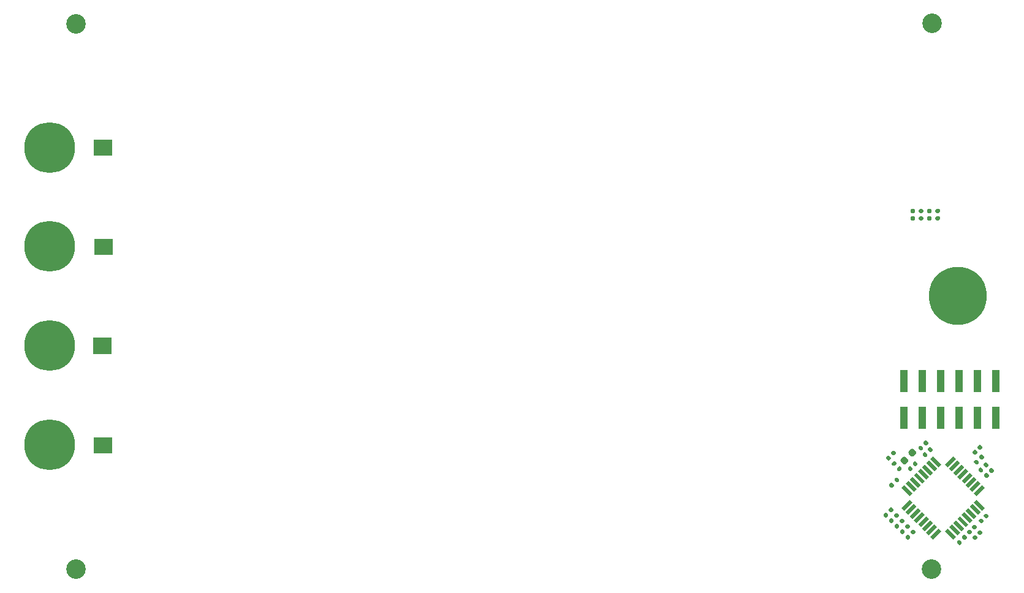
<source format=gbr>
%TF.GenerationSoftware,KiCad,Pcbnew,5.1.9+dfsg1-1~bpo10+1*%
%TF.CreationDate,2021-11-03T11:38:12+01:00*%
%TF.ProjectId,SynthoGame_top,53796e74-686f-4476-916d-655f746f702e,rev?*%
%TF.SameCoordinates,Original*%
%TF.FileFunction,Soldermask,Bot*%
%TF.FilePolarity,Negative*%
%FSLAX46Y46*%
G04 Gerber Fmt 4.6, Leading zero omitted, Abs format (unit mm)*
G04 Created by KiCad (PCBNEW 5.1.9+dfsg1-1~bpo10+1) date 2021-11-03 11:38:12*
%MOMM*%
%LPD*%
G01*
G04 APERTURE LIST*
%ADD10C,0.100000*%
%ADD11R,1.000000X3.150000*%
%ADD12C,2.700000*%
%ADD13C,7.000000*%
%ADD14C,8.000000*%
G04 APERTURE END LIST*
D10*
G36*
X90650000Y-63500000D02*
G01*
X88200000Y-63500000D01*
X88200000Y-61350000D01*
X90650000Y-61350000D01*
X90650000Y-63500000D01*
G37*
X90650000Y-63500000D02*
X88200000Y-63500000D01*
X88200000Y-61350000D01*
X90650000Y-61350000D01*
X90650000Y-63500000D01*
G36*
X90700000Y-77200000D02*
G01*
X88250000Y-77200000D01*
X88250000Y-75050000D01*
X90700000Y-75050000D01*
X90700000Y-77200000D01*
G37*
X90700000Y-77200000D02*
X88250000Y-77200000D01*
X88250000Y-75050000D01*
X90700000Y-75050000D01*
X90700000Y-77200000D01*
G36*
X90600000Y-90900000D02*
G01*
X88150000Y-90900000D01*
X88150000Y-88750000D01*
X90600000Y-88750000D01*
X90600000Y-90900000D01*
G37*
X90600000Y-90900000D02*
X88150000Y-90900000D01*
X88150000Y-88750000D01*
X90600000Y-88750000D01*
X90600000Y-90900000D01*
G36*
X90650000Y-104650000D02*
G01*
X88200000Y-104650000D01*
X88200000Y-102500000D01*
X90650000Y-102500000D01*
X90650000Y-104650000D01*
G37*
X90650000Y-104650000D02*
X88200000Y-104650000D01*
X88200000Y-102500000D01*
X90650000Y-102500000D01*
X90650000Y-104650000D01*
%TO.C,C61*%
G36*
G01*
X209882807Y-104877609D02*
X209642391Y-104637193D01*
G75*
G02*
X209642391Y-104439203I98995J98995D01*
G01*
X209840381Y-104241213D01*
G75*
G02*
X210038371Y-104241213I98995J-98995D01*
G01*
X210278787Y-104481629D01*
G75*
G02*
X210278787Y-104679619I-98995J-98995D01*
G01*
X210080797Y-104877609D01*
G75*
G02*
X209882807Y-104877609I-98995J98995D01*
G01*
G37*
G36*
G01*
X210561629Y-104198787D02*
X210321213Y-103958371D01*
G75*
G02*
X210321213Y-103760381I98995J98995D01*
G01*
X210519203Y-103562391D01*
G75*
G02*
X210717193Y-103562391I98995J-98995D01*
G01*
X210957609Y-103802807D01*
G75*
G02*
X210957609Y-104000797I-98995J-98995D01*
G01*
X210759619Y-104198787D01*
G75*
G02*
X210561629Y-104198787I-98995J98995D01*
G01*
G37*
%TD*%
%TO.C,C62*%
G36*
G01*
X212151629Y-107398787D02*
X211911213Y-107158371D01*
G75*
G02*
X211911213Y-106960381I98995J98995D01*
G01*
X212109203Y-106762391D01*
G75*
G02*
X212307193Y-106762391I98995J-98995D01*
G01*
X212547609Y-107002807D01*
G75*
G02*
X212547609Y-107200797I-98995J-98995D01*
G01*
X212349619Y-107398787D01*
G75*
G02*
X212151629Y-107398787I-98995J98995D01*
G01*
G37*
G36*
G01*
X211472807Y-108077609D02*
X211232391Y-107837193D01*
G75*
G02*
X211232391Y-107639203I98995J98995D01*
G01*
X211430381Y-107441213D01*
G75*
G02*
X211628371Y-107441213I98995J-98995D01*
G01*
X211868787Y-107681629D01*
G75*
G02*
X211868787Y-107879619I-98995J-98995D01*
G01*
X211670797Y-108077609D01*
G75*
G02*
X211472807Y-108077609I-98995J98995D01*
G01*
G37*
%TD*%
%TO.C,C64*%
G36*
G01*
X210551629Y-115998787D02*
X210311213Y-115758371D01*
G75*
G02*
X210311213Y-115560381I98995J98995D01*
G01*
X210509203Y-115362391D01*
G75*
G02*
X210707193Y-115362391I98995J-98995D01*
G01*
X210947609Y-115602807D01*
G75*
G02*
X210947609Y-115800797I-98995J-98995D01*
G01*
X210749619Y-115998787D01*
G75*
G02*
X210551629Y-115998787I-98995J98995D01*
G01*
G37*
G36*
G01*
X209872807Y-116677609D02*
X209632391Y-116437193D01*
G75*
G02*
X209632391Y-116239203I98995J98995D01*
G01*
X209830381Y-116041213D01*
G75*
G02*
X210028371Y-116041213I98995J-98995D01*
G01*
X210268787Y-116281629D01*
G75*
G02*
X210268787Y-116479619I-98995J-98995D01*
G01*
X210070797Y-116677609D01*
G75*
G02*
X209872807Y-116677609I-98995J98995D01*
G01*
G37*
%TD*%
%TO.C,C65*%
G36*
G01*
X200922807Y-107167609D02*
X200682391Y-106927193D01*
G75*
G02*
X200682391Y-106729203I98995J98995D01*
G01*
X200880381Y-106531213D01*
G75*
G02*
X201078371Y-106531213I98995J-98995D01*
G01*
X201318787Y-106771629D01*
G75*
G02*
X201318787Y-106969619I-98995J-98995D01*
G01*
X201120797Y-107167609D01*
G75*
G02*
X200922807Y-107167609I-98995J98995D01*
G01*
G37*
G36*
G01*
X201601629Y-106488787D02*
X201361213Y-106248371D01*
G75*
G02*
X201361213Y-106050381I98995J98995D01*
G01*
X201559203Y-105852391D01*
G75*
G02*
X201757193Y-105852391I98995J-98995D01*
G01*
X201997609Y-106092807D01*
G75*
G02*
X201997609Y-106290797I-98995J-98995D01*
G01*
X201799619Y-106488787D01*
G75*
G02*
X201601629Y-106488787I-98995J98995D01*
G01*
G37*
%TD*%
%TO.C,C66*%
G36*
G01*
X209801629Y-115228787D02*
X209561213Y-114988371D01*
G75*
G02*
X209561213Y-114790381I98995J98995D01*
G01*
X209759203Y-114592391D01*
G75*
G02*
X209957193Y-114592391I98995J-98995D01*
G01*
X210197609Y-114832807D01*
G75*
G02*
X210197609Y-115030797I-98995J-98995D01*
G01*
X209999619Y-115228787D01*
G75*
G02*
X209801629Y-115228787I-98995J98995D01*
G01*
G37*
G36*
G01*
X209122807Y-115907609D02*
X208882391Y-115667193D01*
G75*
G02*
X208882391Y-115469203I98995J98995D01*
G01*
X209080381Y-115271213D01*
G75*
G02*
X209278371Y-115271213I98995J-98995D01*
G01*
X209518787Y-115511629D01*
G75*
G02*
X209518787Y-115709619I-98995J-98995D01*
G01*
X209320797Y-115907609D01*
G75*
G02*
X209122807Y-115907609I-98995J98995D01*
G01*
G37*
%TD*%
%TO.C,R27*%
G36*
G01*
X210079272Y-106272357D02*
X209817643Y-106010728D01*
G75*
G02*
X209817643Y-105819810I95459J95459D01*
G01*
X210008562Y-105628891D01*
G75*
G02*
X210199480Y-105628891I95459J-95459D01*
G01*
X210461109Y-105890520D01*
G75*
G02*
X210461109Y-106081438I-95459J-95459D01*
G01*
X210270190Y-106272357D01*
G75*
G02*
X210079272Y-106272357I-95459J95459D01*
G01*
G37*
G36*
G01*
X210800520Y-105551109D02*
X210538891Y-105289480D01*
G75*
G02*
X210538891Y-105098562I95459J95459D01*
G01*
X210729810Y-104907643D01*
G75*
G02*
X210920728Y-104907643I95459J-95459D01*
G01*
X211182357Y-105169272D01*
G75*
G02*
X211182357Y-105360190I-95459J-95459D01*
G01*
X210991438Y-105551109D01*
G75*
G02*
X210800520Y-105551109I-95459J95459D01*
G01*
G37*
%TD*%
%TO.C,R28*%
G36*
G01*
X210679272Y-107352357D02*
X210417643Y-107090728D01*
G75*
G02*
X210417643Y-106899810I95459J95459D01*
G01*
X210608562Y-106708891D01*
G75*
G02*
X210799480Y-106708891I95459J-95459D01*
G01*
X211061109Y-106970520D01*
G75*
G02*
X211061109Y-107161438I-95459J-95459D01*
G01*
X210870190Y-107352357D01*
G75*
G02*
X210679272Y-107352357I-95459J95459D01*
G01*
G37*
G36*
G01*
X211400520Y-106631109D02*
X211138891Y-106369480D01*
G75*
G02*
X211138891Y-106178562I95459J95459D01*
G01*
X211329810Y-105987643D01*
G75*
G02*
X211520728Y-105987643I95459J-95459D01*
G01*
X211782357Y-106249272D01*
G75*
G02*
X211782357Y-106440190I-95459J-95459D01*
G01*
X211591438Y-106631109D01*
G75*
G02*
X211400520Y-106631109I-95459J95459D01*
G01*
G37*
%TD*%
%TO.C,R31*%
G36*
G01*
X202379272Y-104312357D02*
X202117643Y-104050728D01*
G75*
G02*
X202117643Y-103859810I95459J95459D01*
G01*
X202308562Y-103668891D01*
G75*
G02*
X202499480Y-103668891I95459J-95459D01*
G01*
X202761109Y-103930520D01*
G75*
G02*
X202761109Y-104121438I-95459J-95459D01*
G01*
X202570190Y-104312357D01*
G75*
G02*
X202379272Y-104312357I-95459J95459D01*
G01*
G37*
G36*
G01*
X203100520Y-103591109D02*
X202838891Y-103329480D01*
G75*
G02*
X202838891Y-103138562I95459J95459D01*
G01*
X203029810Y-102947643D01*
G75*
G02*
X203220728Y-102947643I95459J-95459D01*
G01*
X203482357Y-103209272D01*
G75*
G02*
X203482357Y-103400190I-95459J-95459D01*
G01*
X203291438Y-103591109D01*
G75*
G02*
X203100520Y-103591109I-95459J95459D01*
G01*
G37*
%TD*%
%TO.C,R32*%
G36*
G01*
X203700520Y-104511109D02*
X203438891Y-104249480D01*
G75*
G02*
X203438891Y-104058562I95459J95459D01*
G01*
X203629810Y-103867643D01*
G75*
G02*
X203820728Y-103867643I95459J-95459D01*
G01*
X204082357Y-104129272D01*
G75*
G02*
X204082357Y-104320190I-95459J-95459D01*
G01*
X203891438Y-104511109D01*
G75*
G02*
X203700520Y-104511109I-95459J95459D01*
G01*
G37*
G36*
G01*
X202979272Y-105232357D02*
X202717643Y-104970728D01*
G75*
G02*
X202717643Y-104779810I95459J95459D01*
G01*
X202908562Y-104588891D01*
G75*
G02*
X203099480Y-104588891I95459J-95459D01*
G01*
X203361109Y-104850520D01*
G75*
G02*
X203361109Y-105041438I-95459J-95459D01*
G01*
X203170190Y-105232357D01*
G75*
G02*
X202979272Y-105232357I-95459J95459D01*
G01*
G37*
%TD*%
%TO.C,R33*%
G36*
G01*
X208440520Y-116661109D02*
X208178891Y-116399480D01*
G75*
G02*
X208178891Y-116208562I95459J95459D01*
G01*
X208369810Y-116017643D01*
G75*
G02*
X208560728Y-116017643I95459J-95459D01*
G01*
X208822357Y-116279272D01*
G75*
G02*
X208822357Y-116470190I-95459J-95459D01*
G01*
X208631438Y-116661109D01*
G75*
G02*
X208440520Y-116661109I-95459J95459D01*
G01*
G37*
G36*
G01*
X207719272Y-117382357D02*
X207457643Y-117120728D01*
G75*
G02*
X207457643Y-116929810I95459J95459D01*
G01*
X207648562Y-116738891D01*
G75*
G02*
X207839480Y-116738891I95459J-95459D01*
G01*
X208101109Y-117000520D01*
G75*
G02*
X208101109Y-117191438I-95459J-95459D01*
G01*
X207910190Y-117382357D01*
G75*
G02*
X207719272Y-117382357I-95459J95459D01*
G01*
G37*
%TD*%
%TO.C,R35*%
G36*
G01*
X201340205Y-115909636D02*
X201078576Y-115648007D01*
G75*
G02*
X201078576Y-115457089I95459J95459D01*
G01*
X201269495Y-115266170D01*
G75*
G02*
X201460413Y-115266170I95459J-95459D01*
G01*
X201722042Y-115527799D01*
G75*
G02*
X201722042Y-115718717I-95459J-95459D01*
G01*
X201531123Y-115909636D01*
G75*
G02*
X201340205Y-115909636I-95459J95459D01*
G01*
G37*
G36*
G01*
X200618957Y-116630884D02*
X200357328Y-116369255D01*
G75*
G02*
X200357328Y-116178337I95459J95459D01*
G01*
X200548247Y-115987418D01*
G75*
G02*
X200739165Y-115987418I95459J-95459D01*
G01*
X201000794Y-116249047D01*
G75*
G02*
X201000794Y-116439965I-95459J-95459D01*
G01*
X200809875Y-116630884D01*
G75*
G02*
X200618957Y-116630884I-95459J95459D01*
G01*
G37*
%TD*%
%TO.C,R36*%
G36*
G01*
X199855281Y-115867208D02*
X199593652Y-115605579D01*
G75*
G02*
X199593652Y-115414661I95459J95459D01*
G01*
X199784571Y-115223742D01*
G75*
G02*
X199975489Y-115223742I95459J-95459D01*
G01*
X200237118Y-115485371D01*
G75*
G02*
X200237118Y-115676289I-95459J-95459D01*
G01*
X200046199Y-115867208D01*
G75*
G02*
X199855281Y-115867208I-95459J95459D01*
G01*
G37*
G36*
G01*
X200576529Y-115145960D02*
X200314900Y-114884331D01*
G75*
G02*
X200314900Y-114693413I95459J95459D01*
G01*
X200505819Y-114502494D01*
G75*
G02*
X200696737Y-114502494I95459J-95459D01*
G01*
X200958366Y-114764123D01*
G75*
G02*
X200958366Y-114955041I-95459J-95459D01*
G01*
X200767447Y-115145960D01*
G75*
G02*
X200576529Y-115145960I-95459J95459D01*
G01*
G37*
%TD*%
%TO.C,R37*%
G36*
G01*
X199826996Y-114382286D02*
X199565367Y-114120657D01*
G75*
G02*
X199565367Y-113929739I95459J95459D01*
G01*
X199756286Y-113738820D01*
G75*
G02*
X199947204Y-113738820I95459J-95459D01*
G01*
X200208833Y-114000449D01*
G75*
G02*
X200208833Y-114191367I-95459J-95459D01*
G01*
X200017914Y-114382286D01*
G75*
G02*
X199826996Y-114382286I-95459J95459D01*
G01*
G37*
G36*
G01*
X199105748Y-115103534D02*
X198844119Y-114841905D01*
G75*
G02*
X198844119Y-114650987I95459J95459D01*
G01*
X199035038Y-114460068D01*
G75*
G02*
X199225956Y-114460068I95459J-95459D01*
G01*
X199487585Y-114721697D01*
G75*
G02*
X199487585Y-114912615I-95459J-95459D01*
G01*
X199296666Y-115103534D01*
G75*
G02*
X199105748Y-115103534I-95459J95459D01*
G01*
G37*
%TD*%
%TO.C,R38*%
G36*
G01*
X198342072Y-114339860D02*
X198080443Y-114078231D01*
G75*
G02*
X198080443Y-113887313I95459J95459D01*
G01*
X198271362Y-113696394D01*
G75*
G02*
X198462280Y-113696394I95459J-95459D01*
G01*
X198723909Y-113958023D01*
G75*
G02*
X198723909Y-114148941I-95459J-95459D01*
G01*
X198532990Y-114339860D01*
G75*
G02*
X198342072Y-114339860I-95459J95459D01*
G01*
G37*
G36*
G01*
X199063320Y-113618612D02*
X198801691Y-113356983D01*
G75*
G02*
X198801691Y-113166065I95459J95459D01*
G01*
X198992610Y-112975146D01*
G75*
G02*
X199183528Y-112975146I95459J-95459D01*
G01*
X199445157Y-113236775D01*
G75*
G02*
X199445157Y-113427693I-95459J-95459D01*
G01*
X199254238Y-113618612D01*
G75*
G02*
X199063320Y-113618612I-95459J95459D01*
G01*
G37*
%TD*%
%TO.C,R39*%
G36*
G01*
X198299645Y-112854935D02*
X198038016Y-112593306D01*
G75*
G02*
X198038016Y-112402388I95459J95459D01*
G01*
X198228935Y-112211469D01*
G75*
G02*
X198419853Y-112211469I95459J-95459D01*
G01*
X198681482Y-112473098D01*
G75*
G02*
X198681482Y-112664016I-95459J-95459D01*
G01*
X198490563Y-112854935D01*
G75*
G02*
X198299645Y-112854935I-95459J95459D01*
G01*
G37*
G36*
G01*
X197578397Y-113576183D02*
X197316768Y-113314554D01*
G75*
G02*
X197316768Y-113123636I95459J95459D01*
G01*
X197507687Y-112932717D01*
G75*
G02*
X197698605Y-112932717I95459J-95459D01*
G01*
X197960234Y-113194346D01*
G75*
G02*
X197960234Y-113385264I-95459J-95459D01*
G01*
X197769315Y-113576183D01*
G75*
G02*
X197578397Y-113576183I-95459J95459D01*
G01*
G37*
%TD*%
%TO.C,R40*%
G36*
G01*
X198359272Y-109442357D02*
X198097643Y-109180728D01*
G75*
G02*
X198097643Y-108989810I95459J95459D01*
G01*
X198288562Y-108798891D01*
G75*
G02*
X198479480Y-108798891I95459J-95459D01*
G01*
X198741109Y-109060520D01*
G75*
G02*
X198741109Y-109251438I-95459J-95459D01*
G01*
X198550190Y-109442357D01*
G75*
G02*
X198359272Y-109442357I-95459J95459D01*
G01*
G37*
G36*
G01*
X199080520Y-108721109D02*
X198818891Y-108459480D01*
G75*
G02*
X198818891Y-108268562I95459J95459D01*
G01*
X199009810Y-108077643D01*
G75*
G02*
X199200728Y-108077643I95459J-95459D01*
G01*
X199462357Y-108339272D01*
G75*
G02*
X199462357Y-108530190I-95459J-95459D01*
G01*
X199271438Y-108721109D01*
G75*
G02*
X199080520Y-108721109I-95459J95459D01*
G01*
G37*
%TD*%
%TO.C,U7*%
G36*
X211295243Y-112266536D02*
G01*
X210906334Y-112655445D01*
X209774963Y-111524074D01*
X210163872Y-111135165D01*
X211295243Y-112266536D01*
G37*
G36*
X210729557Y-112832221D02*
G01*
X210340648Y-113221130D01*
X209209277Y-112089759D01*
X209598186Y-111700850D01*
X210729557Y-112832221D01*
G37*
G36*
X210163872Y-113397907D02*
G01*
X209774963Y-113786816D01*
X208643592Y-112655445D01*
X209032501Y-112266536D01*
X210163872Y-113397907D01*
G37*
G36*
X209598187Y-113963592D02*
G01*
X209209278Y-114352501D01*
X208077907Y-113221130D01*
X208466816Y-112832221D01*
X209598187Y-113963592D01*
G37*
G36*
X209032501Y-114529278D02*
G01*
X208643592Y-114918187D01*
X207512221Y-113786816D01*
X207901130Y-113397907D01*
X209032501Y-114529278D01*
G37*
G36*
X208466816Y-115094963D02*
G01*
X208077907Y-115483872D01*
X206946536Y-114352501D01*
X207335445Y-113963592D01*
X208466816Y-115094963D01*
G37*
G36*
X207901130Y-115660648D02*
G01*
X207512221Y-116049557D01*
X206380850Y-114918186D01*
X206769759Y-114529277D01*
X207901130Y-115660648D01*
G37*
G36*
X207335445Y-116226334D02*
G01*
X206946536Y-116615243D01*
X205815165Y-115483872D01*
X206204074Y-115094963D01*
X207335445Y-116226334D01*
G37*
G36*
X204153464Y-116615243D02*
G01*
X203764555Y-116226334D01*
X204895926Y-115094963D01*
X205284835Y-115483872D01*
X204153464Y-116615243D01*
G37*
G36*
X203587779Y-116049557D02*
G01*
X203198870Y-115660648D01*
X204330241Y-114529277D01*
X204719150Y-114918186D01*
X203587779Y-116049557D01*
G37*
G36*
X203022093Y-115483872D02*
G01*
X202633184Y-115094963D01*
X203764555Y-113963592D01*
X204153464Y-114352501D01*
X203022093Y-115483872D01*
G37*
G36*
X202456408Y-114918187D02*
G01*
X202067499Y-114529278D01*
X203198870Y-113397907D01*
X203587779Y-113786816D01*
X202456408Y-114918187D01*
G37*
G36*
X201890722Y-114352501D02*
G01*
X201501813Y-113963592D01*
X202633184Y-112832221D01*
X203022093Y-113221130D01*
X201890722Y-114352501D01*
G37*
G36*
X201325037Y-113786816D02*
G01*
X200936128Y-113397907D01*
X202067499Y-112266536D01*
X202456408Y-112655445D01*
X201325037Y-113786816D01*
G37*
G36*
X200759352Y-113221130D02*
G01*
X200370443Y-112832221D01*
X201501814Y-111700850D01*
X201890723Y-112089759D01*
X200759352Y-113221130D01*
G37*
G36*
X200193666Y-112655445D02*
G01*
X199804757Y-112266536D01*
X200936128Y-111135165D01*
X201325037Y-111524074D01*
X200193666Y-112655445D01*
G37*
G36*
X201325037Y-110215926D02*
G01*
X200936128Y-110604835D01*
X199804757Y-109473464D01*
X200193666Y-109084555D01*
X201325037Y-110215926D01*
G37*
G36*
X201890723Y-109650241D02*
G01*
X201501814Y-110039150D01*
X200370443Y-108907779D01*
X200759352Y-108518870D01*
X201890723Y-109650241D01*
G37*
G36*
X202456408Y-109084555D02*
G01*
X202067499Y-109473464D01*
X200936128Y-108342093D01*
X201325037Y-107953184D01*
X202456408Y-109084555D01*
G37*
G36*
X203022093Y-108518870D02*
G01*
X202633184Y-108907779D01*
X201501813Y-107776408D01*
X201890722Y-107387499D01*
X203022093Y-108518870D01*
G37*
G36*
X203587779Y-107953184D02*
G01*
X203198870Y-108342093D01*
X202067499Y-107210722D01*
X202456408Y-106821813D01*
X203587779Y-107953184D01*
G37*
G36*
X204153464Y-107387499D02*
G01*
X203764555Y-107776408D01*
X202633184Y-106645037D01*
X203022093Y-106256128D01*
X204153464Y-107387499D01*
G37*
G36*
X204719150Y-106821814D02*
G01*
X204330241Y-107210723D01*
X203198870Y-106079352D01*
X203587779Y-105690443D01*
X204719150Y-106821814D01*
G37*
G36*
X205284835Y-106256128D02*
G01*
X204895926Y-106645037D01*
X203764555Y-105513666D01*
X204153464Y-105124757D01*
X205284835Y-106256128D01*
G37*
G36*
X206204074Y-106645037D02*
G01*
X205815165Y-106256128D01*
X206946536Y-105124757D01*
X207335445Y-105513666D01*
X206204074Y-106645037D01*
G37*
G36*
X206769759Y-107210723D02*
G01*
X206380850Y-106821814D01*
X207512221Y-105690443D01*
X207901130Y-106079352D01*
X206769759Y-107210723D01*
G37*
G36*
X207335445Y-107776408D02*
G01*
X206946536Y-107387499D01*
X208077907Y-106256128D01*
X208466816Y-106645037D01*
X207335445Y-107776408D01*
G37*
G36*
X207901130Y-108342093D02*
G01*
X207512221Y-107953184D01*
X208643592Y-106821813D01*
X209032501Y-107210722D01*
X207901130Y-108342093D01*
G37*
G36*
X208466816Y-108907779D02*
G01*
X208077907Y-108518870D01*
X209209278Y-107387499D01*
X209598187Y-107776408D01*
X208466816Y-108907779D01*
G37*
G36*
X209032501Y-109473464D02*
G01*
X208643592Y-109084555D01*
X209774963Y-107953184D01*
X210163872Y-108342093D01*
X209032501Y-109473464D01*
G37*
G36*
X209598186Y-110039150D02*
G01*
X209209277Y-109650241D01*
X210340648Y-108518870D01*
X210729557Y-108907779D01*
X209598186Y-110039150D01*
G37*
G36*
X210163872Y-110604835D02*
G01*
X209774963Y-110215926D01*
X210906334Y-109084555D01*
X211295243Y-109473464D01*
X210163872Y-110604835D01*
G37*
%TD*%
D11*
%TO.C,J1*%
X200140000Y-94750000D03*
X200140000Y-99800000D03*
X202680000Y-94750000D03*
X202680000Y-99800000D03*
X205220000Y-94750000D03*
X205220000Y-99800000D03*
X207760000Y-94750000D03*
X207760000Y-99800000D03*
X210300000Y-94750000D03*
X210300000Y-99800000D03*
X212840000Y-94750000D03*
X212840000Y-99800000D03*
%TD*%
%TO.C,C1*%
G36*
G01*
X200060571Y-106212983D02*
X199707017Y-105859429D01*
G75*
G02*
X199707017Y-105541231I159099J159099D01*
G01*
X200025215Y-105223033D01*
G75*
G02*
X200343413Y-105223033I159099J-159099D01*
G01*
X200696967Y-105576587D01*
G75*
G02*
X200696967Y-105894785I-159099J-159099D01*
G01*
X200378769Y-106212983D01*
G75*
G02*
X200060571Y-106212983I-159099J159099D01*
G01*
G37*
G36*
G01*
X201156587Y-105116967D02*
X200803033Y-104763413D01*
G75*
G02*
X200803033Y-104445215I159099J159099D01*
G01*
X201121231Y-104127017D01*
G75*
G02*
X201439429Y-104127017I159099J-159099D01*
G01*
X201792983Y-104480571D01*
G75*
G02*
X201792983Y-104798769I-159099J-159099D01*
G01*
X201474785Y-105116967D01*
G75*
G02*
X201156587Y-105116967I-159099J159099D01*
G01*
G37*
%TD*%
%TO.C,C2*%
G36*
G01*
X211567193Y-113062391D02*
X211807609Y-113302807D01*
G75*
G02*
X211807609Y-113500797I-98995J-98995D01*
G01*
X211609619Y-113698787D01*
G75*
G02*
X211411629Y-113698787I-98995J98995D01*
G01*
X211171213Y-113458371D01*
G75*
G02*
X211171213Y-113260381I98995J98995D01*
G01*
X211369203Y-113062391D01*
G75*
G02*
X211567193Y-113062391I98995J-98995D01*
G01*
G37*
G36*
G01*
X210888371Y-113741213D02*
X211128787Y-113981629D01*
G75*
G02*
X211128787Y-114179619I-98995J-98995D01*
G01*
X210930797Y-114377609D01*
G75*
G02*
X210732807Y-114377609I-98995J98995D01*
G01*
X210492391Y-114137193D01*
G75*
G02*
X210492391Y-113939203I98995J98995D01*
G01*
X210690381Y-113741213D01*
G75*
G02*
X210888371Y-113741213I98995J-98995D01*
G01*
G37*
%TD*%
%TO.C,D1*%
G36*
G01*
X89800000Y-103756250D02*
X89800000Y-103243750D01*
G75*
G02*
X90018750Y-103025000I218750J0D01*
G01*
X90456250Y-103025000D01*
G75*
G02*
X90675000Y-103243750I0J-218750D01*
G01*
X90675000Y-103756250D01*
G75*
G02*
X90456250Y-103975000I-218750J0D01*
G01*
X90018750Y-103975000D01*
G75*
G02*
X89800000Y-103756250I0J218750D01*
G01*
G37*
G36*
G01*
X88225000Y-103756250D02*
X88225000Y-103243750D01*
G75*
G02*
X88443750Y-103025000I218750J0D01*
G01*
X88881250Y-103025000D01*
G75*
G02*
X89100000Y-103243750I0J-218750D01*
G01*
X89100000Y-103756250D01*
G75*
G02*
X88881250Y-103975000I-218750J0D01*
G01*
X88443750Y-103975000D01*
G75*
G02*
X88225000Y-103756250I0J218750D01*
G01*
G37*
%TD*%
%TO.C,D2*%
G36*
G01*
X89800000Y-90106250D02*
X89800000Y-89593750D01*
G75*
G02*
X90018750Y-89375000I218750J0D01*
G01*
X90456250Y-89375000D01*
G75*
G02*
X90675000Y-89593750I0J-218750D01*
G01*
X90675000Y-90106250D01*
G75*
G02*
X90456250Y-90325000I-218750J0D01*
G01*
X90018750Y-90325000D01*
G75*
G02*
X89800000Y-90106250I0J218750D01*
G01*
G37*
G36*
G01*
X88225000Y-90106250D02*
X88225000Y-89593750D01*
G75*
G02*
X88443750Y-89375000I218750J0D01*
G01*
X88881250Y-89375000D01*
G75*
G02*
X89100000Y-89593750I0J-218750D01*
G01*
X89100000Y-90106250D01*
G75*
G02*
X88881250Y-90325000I-218750J0D01*
G01*
X88443750Y-90325000D01*
G75*
G02*
X88225000Y-90106250I0J218750D01*
G01*
G37*
%TD*%
%TO.C,D3*%
G36*
G01*
X88237500Y-76406250D02*
X88237500Y-75893750D01*
G75*
G02*
X88456250Y-75675000I218750J0D01*
G01*
X88893750Y-75675000D01*
G75*
G02*
X89112500Y-75893750I0J-218750D01*
G01*
X89112500Y-76406250D01*
G75*
G02*
X88893750Y-76625000I-218750J0D01*
G01*
X88456250Y-76625000D01*
G75*
G02*
X88237500Y-76406250I0J218750D01*
G01*
G37*
G36*
G01*
X89812500Y-76406250D02*
X89812500Y-75893750D01*
G75*
G02*
X90031250Y-75675000I218750J0D01*
G01*
X90468750Y-75675000D01*
G75*
G02*
X90687500Y-75893750I0J-218750D01*
G01*
X90687500Y-76406250D01*
G75*
G02*
X90468750Y-76625000I-218750J0D01*
G01*
X90031250Y-76625000D01*
G75*
G02*
X89812500Y-76406250I0J218750D01*
G01*
G37*
%TD*%
%TO.C,D4*%
G36*
G01*
X88175000Y-62656250D02*
X88175000Y-62143750D01*
G75*
G02*
X88393750Y-61925000I218750J0D01*
G01*
X88831250Y-61925000D01*
G75*
G02*
X89050000Y-62143750I0J-218750D01*
G01*
X89050000Y-62656250D01*
G75*
G02*
X88831250Y-62875000I-218750J0D01*
G01*
X88393750Y-62875000D01*
G75*
G02*
X88175000Y-62656250I0J218750D01*
G01*
G37*
G36*
G01*
X89750000Y-62656250D02*
X89750000Y-62143750D01*
G75*
G02*
X89968750Y-61925000I218750J0D01*
G01*
X90406250Y-61925000D01*
G75*
G02*
X90625000Y-62143750I0J-218750D01*
G01*
X90625000Y-62656250D01*
G75*
G02*
X90406250Y-62875000I-218750J0D01*
G01*
X89968750Y-62875000D01*
G75*
G02*
X89750000Y-62656250I0J218750D01*
G01*
G37*
%TD*%
%TO.C,FB1*%
G36*
G01*
X198759567Y-104346481D02*
X199003519Y-104590433D01*
G75*
G02*
X199003519Y-104799029I-104298J-104298D01*
G01*
X198794923Y-105007625D01*
G75*
G02*
X198586327Y-105007625I-104298J104298D01*
G01*
X198342375Y-104763673D01*
G75*
G02*
X198342375Y-104555077I104298J104298D01*
G01*
X198550971Y-104346481D01*
G75*
G02*
X198759567Y-104346481I104298J-104298D01*
G01*
G37*
G36*
G01*
X198073673Y-105032375D02*
X198317625Y-105276327D01*
G75*
G02*
X198317625Y-105484923I-104298J-104298D01*
G01*
X198109029Y-105693519D01*
G75*
G02*
X197900433Y-105693519I-104298J104298D01*
G01*
X197656481Y-105449567D01*
G75*
G02*
X197656481Y-105240971I104298J104298D01*
G01*
X197865077Y-105032375D01*
G75*
G02*
X198073673Y-105032375I104298J-104298D01*
G01*
G37*
%TD*%
D12*
%TO.C,H1*%
X203980000Y-45320000D03*
%TD*%
%TO.C,H2*%
X85700000Y-45330000D03*
%TD*%
%TO.C,H3*%
X85700000Y-120720000D03*
%TD*%
%TO.C,H4*%
X203976000Y-120711800D03*
%TD*%
%TO.C,R1*%
G36*
G01*
X201185000Y-71990000D02*
X201555000Y-71990000D01*
G75*
G02*
X201690000Y-72125000I0J-135000D01*
G01*
X201690000Y-72395000D01*
G75*
G02*
X201555000Y-72530000I-135000J0D01*
G01*
X201185000Y-72530000D01*
G75*
G02*
X201050000Y-72395000I0J135000D01*
G01*
X201050000Y-72125000D01*
G75*
G02*
X201185000Y-71990000I135000J0D01*
G01*
G37*
G36*
G01*
X201185000Y-70970000D02*
X201555000Y-70970000D01*
G75*
G02*
X201690000Y-71105000I0J-135000D01*
G01*
X201690000Y-71375000D01*
G75*
G02*
X201555000Y-71510000I-135000J0D01*
G01*
X201185000Y-71510000D01*
G75*
G02*
X201050000Y-71375000I0J135000D01*
G01*
X201050000Y-71105000D01*
G75*
G02*
X201185000Y-70970000I135000J0D01*
G01*
G37*
%TD*%
%TO.C,R2*%
G36*
G01*
X202315000Y-71980000D02*
X202685000Y-71980000D01*
G75*
G02*
X202820000Y-72115000I0J-135000D01*
G01*
X202820000Y-72385000D01*
G75*
G02*
X202685000Y-72520000I-135000J0D01*
G01*
X202315000Y-72520000D01*
G75*
G02*
X202180000Y-72385000I0J135000D01*
G01*
X202180000Y-72115000D01*
G75*
G02*
X202315000Y-71980000I135000J0D01*
G01*
G37*
G36*
G01*
X202315000Y-70960000D02*
X202685000Y-70960000D01*
G75*
G02*
X202820000Y-71095000I0J-135000D01*
G01*
X202820000Y-71365000D01*
G75*
G02*
X202685000Y-71500000I-135000J0D01*
G01*
X202315000Y-71500000D01*
G75*
G02*
X202180000Y-71365000I0J135000D01*
G01*
X202180000Y-71095000D01*
G75*
G02*
X202315000Y-70960000I135000J0D01*
G01*
G37*
%TD*%
%TO.C,R3*%
G36*
G01*
X203455000Y-70950000D02*
X203825000Y-70950000D01*
G75*
G02*
X203960000Y-71085000I0J-135000D01*
G01*
X203960000Y-71355000D01*
G75*
G02*
X203825000Y-71490000I-135000J0D01*
G01*
X203455000Y-71490000D01*
G75*
G02*
X203320000Y-71355000I0J135000D01*
G01*
X203320000Y-71085000D01*
G75*
G02*
X203455000Y-70950000I135000J0D01*
G01*
G37*
G36*
G01*
X203455000Y-71970000D02*
X203825000Y-71970000D01*
G75*
G02*
X203960000Y-72105000I0J-135000D01*
G01*
X203960000Y-72375000D01*
G75*
G02*
X203825000Y-72510000I-135000J0D01*
G01*
X203455000Y-72510000D01*
G75*
G02*
X203320000Y-72375000I0J135000D01*
G01*
X203320000Y-72105000D01*
G75*
G02*
X203455000Y-71970000I135000J0D01*
G01*
G37*
%TD*%
%TO.C,R4*%
G36*
G01*
X204605000Y-70950000D02*
X204975000Y-70950000D01*
G75*
G02*
X205110000Y-71085000I0J-135000D01*
G01*
X205110000Y-71355000D01*
G75*
G02*
X204975000Y-71490000I-135000J0D01*
G01*
X204605000Y-71490000D01*
G75*
G02*
X204470000Y-71355000I0J135000D01*
G01*
X204470000Y-71085000D01*
G75*
G02*
X204605000Y-70950000I135000J0D01*
G01*
G37*
G36*
G01*
X204605000Y-71970000D02*
X204975000Y-71970000D01*
G75*
G02*
X205110000Y-72105000I0J-135000D01*
G01*
X205110000Y-72375000D01*
G75*
G02*
X204975000Y-72510000I-135000J0D01*
G01*
X204605000Y-72510000D01*
G75*
G02*
X204470000Y-72375000I0J135000D01*
G01*
X204470000Y-72105000D01*
G75*
G02*
X204605000Y-71970000I135000J0D01*
G01*
G37*
%TD*%
%TO.C,R5*%
G36*
G01*
X198447643Y-106069272D02*
X198709272Y-105807643D01*
G75*
G02*
X198900190Y-105807643I95459J-95459D01*
G01*
X199091109Y-105998562D01*
G75*
G02*
X199091109Y-106189480I-95459J-95459D01*
G01*
X198829480Y-106451109D01*
G75*
G02*
X198638562Y-106451109I-95459J95459D01*
G01*
X198447643Y-106260190D01*
G75*
G02*
X198447643Y-106069272I95459J95459D01*
G01*
G37*
G36*
G01*
X199168891Y-106790520D02*
X199430520Y-106528891D01*
G75*
G02*
X199621438Y-106528891I95459J-95459D01*
G01*
X199812357Y-106719810D01*
G75*
G02*
X199812357Y-106910728I-95459J-95459D01*
G01*
X199550728Y-107172357D01*
G75*
G02*
X199359810Y-107172357I-95459J95459D01*
G01*
X199168891Y-106981438D01*
G75*
G02*
X199168891Y-106790520I95459J95459D01*
G01*
G37*
%TD*%
D13*
%TO.C,H5*%
X82110000Y-62430000D03*
%TD*%
%TO.C,H6*%
X82110000Y-76120000D03*
%TD*%
%TO.C,H7*%
X82140000Y-89840000D03*
%TD*%
%TO.C,H8*%
X82140000Y-103530000D03*
%TD*%
D14*
%TO.C,H9*%
X207610000Y-82940000D03*
%TD*%
M02*

</source>
